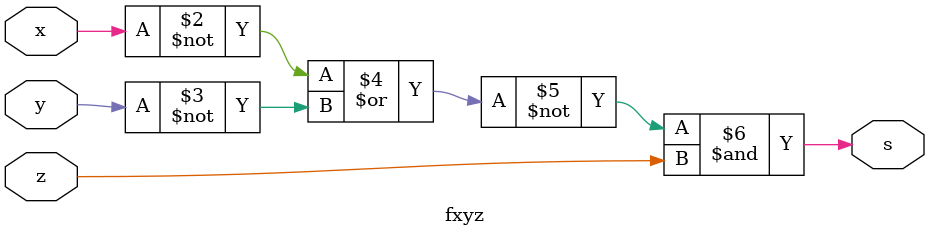
<source format=v>
/*
	Guia_0401b.v
	842536 - Mateus Henrique Medeiros Diniz
*/

module Guia_0401b;
	reg x, y, z;
	wire s;
	
	fxyz f (s, x, y, z);
	
	initial 
	begin: main
		integer i;
		
		$display("x y z | (x'+y')'.z");
		$monitor("%b %b %b |    %b", x, y, z, s);
		
		x = 0;
		y = 0;
		z = 0;
		
		for(i = 0; i < 7; i++) begin
			#1;			
			z = ~z;
			if((i + 1) % 2 == 0) begin
				y = ~y;
			end
			if((i + 1) % 4 == 0) begin
				x = ~x;
			end
		end
	end
endmodule

module fxyz (output s, input x, y, z);
	assign s = ~(~x | ~y) & z;
endmodule
</source>
